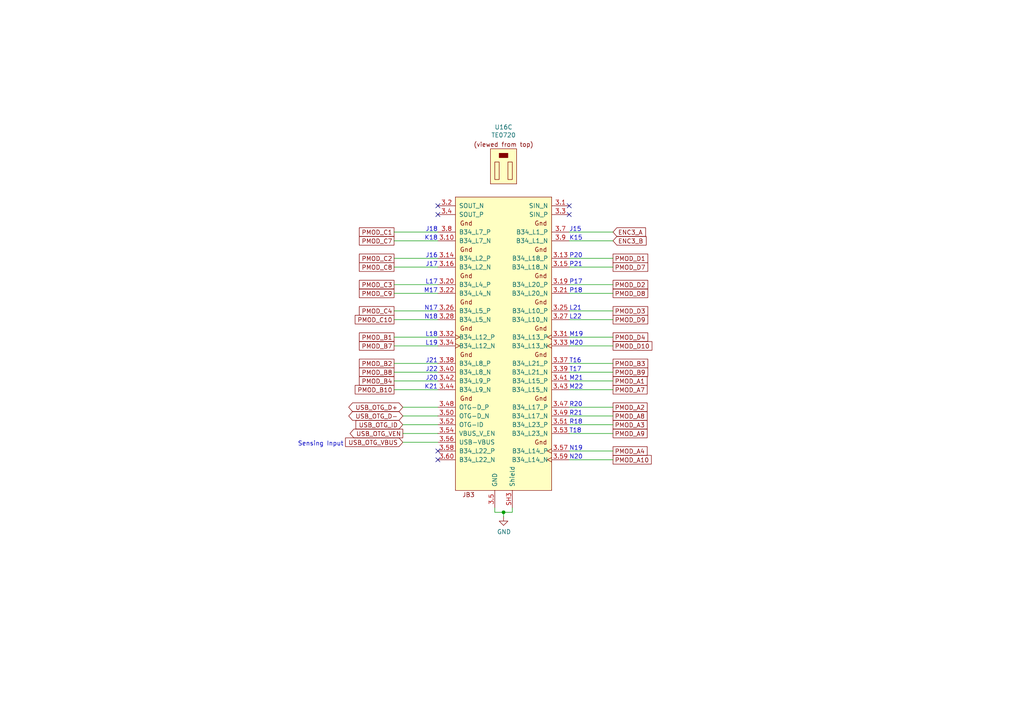
<source format=kicad_sch>
(kicad_sch (version 20210126) (generator eeschema)
  (paper "A4")
  (title_block (rev "DRAFT") (company "M0WUT"))
  (lib_symbols
    (symbol "IC_WUT:TE0720" (pin_names (offset 1.016))
      (property "Reference" "U" (at -12.7 67.31 0))
      (property "Value" "TE0720" (at 10.16 67.31 0))
      (symbol "TE0720_0_0"
        (text "(viewed from top)" (at 0 81.28 0) (effects (font (size 1.27 1.27))))
        (rectangle (start -3.81 69.85) (end 3.81 80.01) (fill (type background)))
      )
      (symbol "TE0720_1_0"
        (text "12" (at -16.51 52.07 0) (effects (font (size 1.27 1.27))))
        (text "16" (at -16.51 46.99 0) (effects (font (size 1.27 1.27))))
        (text "3V3_In" (at -12.7 45.72 0) (effects (font (size 1.27 1.27)) (justify left)))
        (text "4" (at -16.51 62.23 0) (effects (font (size 1.27 1.27))))
        (text "6" (at -16.51 59.69 0) (effects (font (size 1.27 1.27))))
        (text "Gnd" (at -12.7 -27.94 0) (effects (font (size 1.27 1.27)) (justify left)))
        (text "Gnd" (at -12.7 -15.24 0) (effects (font (size 1.27 1.27)) (justify left)))
        (text "Gnd" (at -12.7 -2.54 0) (effects (font (size 1.27 1.27)) (justify left)))
        (text "Gnd" (at -12.7 27.94 0) (effects (font (size 1.27 1.27)) (justify left)))
        (text "Gnd" (at 12.7 -48.26 0) (effects (font (size 1.27 1.27)) (justify right)))
        (text "Gnd" (at 12.7 -40.64 0) (effects (font (size 1.27 1.27)) (justify right)))
        (text "Gnd" (at 12.7 -27.94 0) (effects (font (size 1.27 1.27)) (justify right)))
        (text "Gnd" (at 12.7 -15.24 0) (effects (font (size 1.27 1.27)) (justify right)))
        (text "Gnd" (at 12.7 -2.54 0) (effects (font (size 1.27 1.27)) (justify right)))
        (text "Gnd" (at 12.7 10.16 0) (effects (font (size 1.27 1.27)) (justify right)))
        (text "Gnd" (at 12.7 22.86 0) (effects (font (size 1.27 1.27)) (justify right)))
        (text "Gnd" (at 12.7 33.02 0) (effects (font (size 1.27 1.27)) (justify right)))
        (text "Gnd" (at 12.7 40.64 0) (effects (font (size 1.27 1.27)) (justify right)))
        (text "Gnd" (at 12.7 55.88 0) (effects (font (size 1.27 1.27)) (justify right)))
        (text "Gnd" (at 12.7 63.5 0) (effects (font (size 1.27 1.27)) (justify right)))
        (text "JB1" (at -10.16 -71.12 0) (effects (font (size 1.27 1.27))))
        (text "VCCIO_B35" (at -12.7 50.8 0) (effects (font (size 1.27 1.27)) (justify left)))
        (text "Vin" (at -11.43 58.42 0) (effects (font (size 1.27 1.27))))
        (text "Vin" (at -11.43 60.96 0) (effects (font (size 1.27 1.27))))
        (rectangle (start -1.27 78.74) (end 1.27 77.47))
        (rectangle (start 1.27 71.12) (end 2.54 76.2))
        (rectangle (start -2.54 76.2) (end -1.27 71.12) (fill (type outline)))
        (rectangle (start -13.97 66.04) (end 13.97 -69.85) (fill (type background)))
        (polyline (pts (xy -13.97 45.72) (xy -17.78 45.72) (xy -17.78 48.26)))
        (polyline (pts (xy -13.97 50.8) (xy -17.78 50.8) (xy -17.78 53.34)))
      )
      (symbol "TE0720_1_1"
        (polyline (pts (xy -13.97 58.42) (xy -17.78 58.42) (xy -17.78 60.96)))
        (polyline (pts (xy -13.97 60.96) (xy -17.78 60.96) (xy -17.78 62.23) (xy -17.78 63.5)))
        (pin power_in line (at -2.54 -74.93 90) (length 5.08) (name "GND") (number "1.1"))
        (pin power_in line (at -19.05 53.34 0) (length 5.08) (name "VCCIO_B35") (number "1.10"))
        (pin passive line (at -19.05 -60.96 0) (length 5.08) (name "MIO12") (number "1.100"))
        (pin passive line (at 19.05 50.8 180) (length 5.08) (name "PHY_MDI1_N") (number "1.11"))
        (pin power_in line (at -19.05 53.34 0) (length 5.08) hide (name "VCCIO_B35") (number "1.12"))
        (pin power_out line (at 19.05 48.26 180) (length 5.08) (name "ETH_VCC") (number "1.13"))
        (pin power_in line (at -19.05 48.26 0) (length 5.08) (name "3V3_In") (number "1.14"))
        (pin passive line (at 19.05 45.72 180) (length 5.08) (name "PHY_MDI2_P") (number "1.15"))
        (pin power_in line (at -19.05 48.26 0) (length 5.08) hide (name "3V3_In") (number "1.16"))
        (pin passive line (at 19.05 43.18 180) (length 5.08) (name "PHY_MDI2_N") (number "1.17"))
        (pin bidirectional line (at -19.05 43.18 0) (length 5.08) (name "SD_DAT3") (number "1.18"))
        (pin power_in line (at -2.54 -74.93 90) (length 5.08) hide (name "GND") (number "1.19"))
        (pin power_in line (at -19.05 63.5 0) (length 5.08) (name "Vin") (number "1.2"))
        (pin bidirectional line (at -19.05 40.64 0) (length 5.08) (name "SD_DAT2") (number "1.20"))
        (pin passive line (at 19.05 38.1 180) (length 5.08) (name "PHY_MDI3_P") (number "1.21"))
        (pin bidirectional line (at -19.05 38.1 0) (length 5.08) (name "SD_DAT1") (number "1.22"))
        (pin passive line (at 19.05 35.56 180) (length 5.08) (name "PHY_MDI3_N") (number "1.23"))
        (pin bidirectional line (at -19.05 35.56 0) (length 5.08) (name "SD_DAT0") (number "1.24"))
        (pin power_in line (at -2.54 -74.93 90) (length 5.08) hide (name "GND") (number "1.25"))
        (pin bidirectional line (at -19.05 33.02 0) (length 5.08) (name "SD_CMD") (number "1.26"))
        (pin passive line (at 19.05 30.48 180) (length 5.08) (name "EN1") (number "1.27"))
        (pin output line (at -19.05 30.48 0) (length 5.08) (name "SD_CLK") (number "1.28"))
        (pin passive line (at 19.05 27.94 180) (length 5.08) (name "PGOOD") (number "1.29"))
        (pin passive line (at 19.05 60.96 180) (length 5.08) (name "PHY_MDI0_P") (number "1.3"))
        (pin power_in line (at -2.54 -74.93 90) (length 5.08) hide (name "GND") (number "1.30"))
        (pin passive line (at 19.05 25.4 180) (length 5.08) (name "MODE") (number "1.31"))
        (pin passive line (at -19.05 25.4 0) (length 5.08) (name "B35_L16_N") (number "1.32"))
        (pin power_in line (at -2.54 -74.93 90) (length 5.08) hide (name "GND") (number "1.33"))
        (pin passive line (at -19.05 22.86 0) (length 5.08) (name "B35_L16_P") (number "1.34"))
        (pin passive line (at 19.05 20.32 180) (length 5.08) (name "B35_L10_N") (number "1.35"))
        (pin passive line (at -19.05 20.32 0) (length 5.08) (name "B35_L24_N") (number "1.36"))
        (pin passive line (at 19.05 17.78 180) (length 5.08) (name "B35_L10_P") (number "1.37"))
        (pin passive line (at -19.05 17.78 0) (length 5.08) (name "B35_L24_P") (number "1.38"))
        (pin passive line (at 19.05 15.24 180) (length 5.08) (name "B35_L9_N") (number "1.39"))
        (pin power_in line (at -19.05 63.5 0) (length 5.08) hide (name "Vin") (number "1.4"))
        (pin power_out line (at -19.05 15.24 0) (length 5.08) (name "1V8_OUT") (number "1.40"))
        (pin passive line (at 19.05 12.7 180) (length 5.08) (name "B35_L9_P") (number "1.41"))
        (pin passive line (at -19.05 12.7 0) (length 5.08) (name "B35_L18_N") (number "1.42"))
        (pin power_in line (at -2.54 -74.93 90) (length 5.08) hide (name "GND") (number "1.43"))
        (pin passive line (at -19.05 10.16 0) (length 5.08) (name "B35_L18_P") (number "1.44"))
        (pin passive line (at 19.05 7.62 180) (length 5.08) (name "B35_L7_N") (number "1.45"))
        (pin passive line (at -19.05 7.62 0) (length 5.08) (name "B35_L15_N") (number "1.46"))
        (pin passive line (at 19.05 5.08 180) (length 5.08) (name "B35_L7_P") (number "1.47"))
        (pin passive line (at -19.05 5.08 0) (length 5.08) (name "B35_L15_P") (number "1.48"))
        (pin passive line (at 19.05 2.54 180) (length 5.08) (name "B35_L2_N") (number "1.49"))
        (pin passive line (at 19.05 58.42 180) (length 5.08) (name "PHY_MDI0_N") (number "1.5"))
        (pin passive line (at -19.05 2.54 0) (length 5.08) (name "B35_L22_N") (number "1.50"))
        (pin passive line (at 19.05 0 180) (length 5.08) (name "B35_L2_P") (number "1.51"))
        (pin passive line (at -19.05 0 0) (length 5.08) (name "B35_L22_P") (number "1.52"))
        (pin power_in line (at -2.54 -74.93 90) (length 5.08) hide (name "GND") (number "1.53"))
        (pin power_in line (at -2.54 -74.93 90) (length 5.08) hide (name "GND") (number "1.54"))
        (pin passive line (at 19.05 -5.08 180) (length 5.08) (name "B35_L8_N") (number "1.55"))
        (pin passive line (at -19.05 -5.08 0) (length 5.08) (name "B35_L17_N") (number "1.56"))
        (pin passive line (at 19.05 -7.62 180) (length 5.08) (name "B35_L8_P") (number "1.57"))
        (pin passive line (at -19.05 -7.62 0) (length 5.08) (name "B35_L17_P") (number "1.58"))
        (pin passive line (at 19.05 -10.16 180) (length 5.08) (name "B35_L21_N") (number "1.59"))
        (pin power_in line (at -19.05 63.5 0) (length 5.08) hide (name "Vin") (number "1.6"))
        (pin passive clock (at -19.05 -10.16 0) (length 5.08) (name "B35_L13_N") (number "1.60"))
        (pin passive line (at 19.05 -12.7 180) (length 5.08) (name "B35_L21_P") (number "1.61"))
        (pin passive clock (at -19.05 -12.7 0) (length 5.08) (name "B35_L13_P") (number "1.62"))
        (pin power_in line (at -2.54 -74.93 90) (length 5.08) hide (name "GND") (number "1.63"))
        (pin power_in line (at -2.54 -74.93 90) (length 5.08) hide (name "GND") (number "1.64"))
        (pin passive line (at 19.05 -17.78 180) (length 5.08) (name "B35_L11_N") (number "1.65"))
        (pin passive line (at -19.05 -17.78 0) (length 5.08) (name "B35_L14_N") (number "1.66"))
        (pin passive line (at 19.05 -20.32 180) (length 5.08) (name "B35_L11_P") (number "1.67"))
        (pin passive line (at -19.05 -20.32 0) (length 5.08) (name "B35_L14_P") (number "1.68"))
        (pin passive line (at 19.05 -22.86 180) (length 5.08) (name "B35_L23_N") (number "1.69"))
        (pin power_in line (at -2.54 -74.93 90) (length 5.08) hide (name "GND") (number "1.7"))
        (pin passive line (at -19.05 -22.86 0) (length 5.08) (name "B35_L4_N") (number "1.70"))
        (pin passive line (at 19.05 -25.4 180) (length 5.08) (name "B35_L23_P") (number "1.71"))
        (pin passive line (at -19.05 -25.4 0) (length 5.08) (name "B35_L4_P") (number "1.72"))
        (pin power_in line (at -2.54 -74.93 90) (length 5.08) hide (name "GND") (number "1.73"))
        (pin power_in line (at -2.54 -74.93 90) (length 5.08) hide (name "GND") (number "1.74"))
        (pin passive line (at 19.05 -30.48 180) (length 5.08) (name "B35_L5_N") (number "1.75"))
        (pin passive clock (at -19.05 -30.48 0) (length 5.08) (name "B35_L12_N") (number "1.76"))
        (pin passive line (at 19.05 -33.02 180) (length 5.08) (name "B35_L5_P") (number "1.77"))
        (pin passive clock (at -19.05 -33.02 0) (length 5.08) (name "B35_L12_P") (number "1.78"))
        (pin passive line (at 19.05 -35.56 180) (length 5.08) (name "B35_L3_N") (number "1.79"))
        (pin passive line (at -19.05 55.88 0) (length 5.08) (name "NOSEQ") (number "1.8"))
        (pin power_in line (at -19.05 -35.56 0) (length 5.08) (name "VBAT") (number "1.80"))
        (pin passive line (at 19.05 -38.1 180) (length 5.08) (name "B35_L3_P") (number "1.81"))
        (pin passive line (at -19.05 -38.1 0) (length 5.08) (name "B35_L20_N") (number "1.82"))
        (pin power_in line (at -2.54 -74.93 90) (length 5.08) hide (name "GND") (number "1.83"))
        (pin passive line (at -19.05 -40.64 0) (length 5.08) (name "B35_L20_P") (number "1.84"))
        (pin passive line (at 19.05 -43.18 180) (length 5.08) (name "B35_L6_N") (number "1.85"))
        (pin passive line (at -19.05 -43.18 0) (length 5.08) (name "MIO15") (number "1.86"))
        (pin passive line (at 19.05 -45.72 180) (length 5.08) (name "B35_L6_P") (number "1.87"))
        (pin passive line (at -19.05 -45.72 0) (length 5.08) (name "MIO0") (number "1.88"))
        (pin power_in line (at -2.54 -74.93 90) (length 5.08) hide (name "GND") (number "1.89"))
        (pin passive line (at 19.05 53.34 180) (length 5.08) (name "PHY_MDI1_P") (number "1.9"))
        (pin input line (at -19.05 -48.26 0) (length 5.08) (name "JTAGMODE") (number "1.90"))
        (pin passive line (at 19.05 -50.8 180) (length 5.08) (name "MIO14") (number "1.91"))
        (pin passive line (at -19.05 -50.8 0) (length 5.08) (name "MIO9") (number "1.92"))
        (pin passive line (at 19.05 -53.34 180) (length 5.08) (name "B35_L1_N") (number "1.93"))
        (pin passive line (at -19.05 -53.34 0) (length 5.08) (name "MIO11") (number "1.94"))
        (pin passive line (at 19.05 -55.88 180) (length 5.08) (name "B35_L1_P") (number "1.95"))
        (pin passive line (at -19.05 -55.88 0) (length 5.08) (name "MIO10") (number "1.96"))
        (pin passive line (at 19.05 -58.42 180) (length 5.08) (name "B35_L19_N") (number "1.97"))
        (pin passive line (at -19.05 -58.42 0) (length 5.08) (name "MIO13") (number "1.98"))
        (pin passive line (at 19.05 -60.96 180) (length 5.08) (name "B35_L19_P") (number "1.99"))
        (pin power_in line (at 2.54 -74.93 90) (length 5.08) (name "Shield") (number "SH1"))
      )
      (symbol "TE0720_2_0"
        (text "10" (at -16.51 54.61 0) (effects (font (size 1.27 1.27))))
        (text "11" (at 16.51 52.07 0) (effects (font (size 1.27 1.27))))
        (text "3" (at 16.51 62.23 0) (effects (font (size 1.27 1.27))))
        (text "3V3_Out" (at 12.7 50.8 0) (effects (font (size 1.27 1.27)) (justify right)))
        (text "4" (at -16.51 62.23 0) (effects (font (size 1.27 1.27))))
        (text "5" (at 16.51 59.69 0) (effects (font (size 1.27 1.27))))
        (text "7" (at 16.51 57.15 0) (effects (font (size 1.27 1.27))))
        (text "Gnd" (at 12.7 27.94 0) (effects (font (size 1.27 1.27)) (justify right)))
        (text "JB2" (at -10.16 -71.12 0) (effects (font (size 1.27 1.27))))
        (text "VCCIO_B13" (at -12.7 53.34 0) (effects (font (size 1.27 1.27)) (justify left)))
        (text "VCCIO_B34" (at -12.7 60.96 0) (effects (font (size 1.27 1.27)) (justify left)))
        (text "Vin" (at 12.7 55.88 0) (effects (font (size 1.27 1.27)) (justify right)))
        (text "Vin" (at 12.7 58.42 0) (effects (font (size 1.27 1.27)) (justify right)))
        (text "Vin" (at 12.7 60.96 0) (effects (font (size 1.27 1.27)) (justify right)))
        (polyline (pts (xy 17.78 58.42) (xy 13.97 58.42)))
        (polyline (pts (xy 17.78 60.96) (xy 13.97 60.96)))
        (polyline (pts (xy -13.97 53.34) (xy -17.78 53.34) (xy -17.78 55.88)))
        (polyline (pts (xy -13.97 60.96) (xy -17.78 60.96) (xy -17.78 63.5)))
        (polyline (pts (xy 17.78 53.34) (xy 17.78 50.8) (xy 13.97 50.8)))
        (polyline (pts (xy 17.78 63.5) (xy 17.78 55.88) (xy 13.97 55.88)))
      )
      (symbol "TE0720_2_1"
        (text "Gnd" (at -12.7 -35.56 0) (effects (font (size 1.27 1.27)) (justify left)))
        (text "Gnd" (at -12.7 -22.86 0) (effects (font (size 1.27 1.27)) (justify left)))
        (text "Gnd" (at -12.7 -10.16 0) (effects (font (size 1.27 1.27)) (justify left)))
        (text "Gnd" (at -12.7 2.54 0) (effects (font (size 1.27 1.27)) (justify left)))
        (text "Gnd" (at -12.7 15.24 0) (effects (font (size 1.27 1.27)) (justify left)))
        (text "Gnd" (at -12.7 27.94 0) (effects (font (size 1.27 1.27)) (justify left)))
        (text "Gnd" (at 12.7 -48.26 0) (effects (font (size 1.27 1.27)) (justify right)))
        (text "Gnd" (at 12.7 -35.56 0) (effects (font (size 1.27 1.27)) (justify right)))
        (text "Gnd" (at 12.7 -22.86 0) (effects (font (size 1.27 1.27)) (justify right)))
        (text "Gnd" (at 12.7 -10.16 0) (effects (font (size 1.27 1.27)) (justify right)))
        (text "Gnd" (at 12.7 2.54 0) (effects (font (size 1.27 1.27)) (justify right)))
        (text "Gnd" (at 12.7 15.24 0) (effects (font (size 1.27 1.27)) (justify right)))
        (text "Gnd" (at 12.7 40.64 0) (effects (font (size 1.27 1.27)) (justify right)))
        (rectangle (start -2.54 76.2) (end -1.27 71.12))
        (rectangle (start -1.27 78.74) (end 1.27 77.47))
        (rectangle (start 1.27 71.12) (end 2.54 76.2) (fill (type outline)))
        (rectangle (start -13.97 66.04) (end 13.97 -69.85) (fill (type background)))
        (pin power_in line (at 19.05 63.5 180) (length 5.08) (name "Vin") (number "2.1"))
        (pin power_in line (at -19.05 55.88 0) (length 5.08) hide (name "VCCIO_B13") (number "2.10"))
        (pin input line (at -19.05 -60.96 0) (length 5.08) (name "TCK") (number "2.100"))
        (pin passive line (at 19.05 53.34 180) (length 5.08) hide (name "3V3_Out") (number "2.11"))
        (pin passive line (at -19.05 50.8 0) (length 5.08) (name "B33_L7_P") (number "2.12"))
        (pin passive line (at 19.05 48.26 180) (length 5.08) (name "B33_L4_P") (number "2.13"))
        (pin passive line (at -19.05 48.26 0) (length 5.08) (name "B33_L7_N") (number "2.14"))
        (pin passive line (at 19.05 45.72 180) (length 5.08) (name "B33_L4_N") (number "2.15"))
        (pin passive line (at -19.05 45.72 0) (length 5.08) (name "B33_L8_P") (number "2.16"))
        (pin passive line (at 19.05 43.18 180) (length 5.08) (name "RESIN") (number "2.17"))
        (pin passive line (at -19.05 43.18 0) (length 5.08) (name "B33_L8_N") (number "2.18"))
        (pin power_in line (at -2.54 -74.93 90) (length 5.08) (name "GND") (number "2.19"))
        (pin power_in line (at -19.05 63.5 0) (length 5.08) (name "VCCIO_B34") (number "2.2"))
        (pin power_out line (at -19.05 40.64 0) (length 5.08) (name "1V5_OUT") (number "2.20"))
        (pin passive clock (at 19.05 38.1 180) (length 5.08) (name "B33_L13_P") (number "2.21"))
        (pin passive clock (at -19.05 38.1 0) (length 5.08) (name "B33_L11_P") (number "2.22"))
        (pin passive clock (at 19.05 35.56 180) (length 5.08) (name "B33_L13_N") (number "2.23"))
        (pin passive clock (at -19.05 35.56 0) (length 5.08) (name "B33_L11_N") (number "2.24"))
        (pin passive clock (at 19.05 33.02 180) (length 5.08) (name "B33_L14_P") (number "2.25"))
        (pin passive clock (at -19.05 33.02 0) (length 5.08) (name "B33_L12_P") (number "2.26"))
        (pin passive clock (at 19.05 30.48 180) (length 5.08) (name "B33_L14_N") (number "2.27"))
        (pin passive clock (at -19.05 30.48 0) (length 5.08) (name "B33_L12_N") (number "2.28"))
        (pin power_in line (at -2.54 -74.93 90) (length 5.08) hide (name "GND") (number "2.29"))
        (pin power_in line (at 19.05 63.5 180) (length 5.08) hide (name "Vin") (number "2.3"))
        (pin power_in line (at -2.54 -74.93 90) (length 5.08) hide (name "GND") (number "2.30"))
        (pin passive line (at 19.05 25.4 180) (length 5.08) (name "B13_L5_P") (number "2.31"))
        (pin passive line (at -19.05 25.4 0) (length 5.08) (name "B33_L17_P") (number "2.32"))
        (pin passive line (at 19.05 22.86 180) (length 5.08) (name "B13_L5_N") (number "2.33"))
        (pin passive line (at -19.05 22.86 0) (length 5.08) (name "B33_L17_N") (number "2.34"))
        (pin passive line (at 19.05 20.32 180) (length 5.08) (name "B13_L6_P") (number "2.35"))
        (pin passive line (at -19.05 20.32 0) (length 5.08) (name "B33_L18_P") (number "2.36"))
        (pin passive line (at 19.05 17.78 180) (length 5.08) (name "B13_L6_N") (number "2.37"))
        (pin passive line (at -19.05 17.78 0) (length 5.08) (name "B33_L18_N") (number "2.38"))
        (pin power_in line (at -2.54 -74.93 90) (length 5.08) hide (name "GND") (number "2.39"))
        (pin power_in line (at -19.05 63.5 0) (length 5.08) hide (name "VCCIO_B34") (number "2.4"))
        (pin power_in line (at -2.54 -74.93 90) (length 5.08) hide (name "GND") (number "2.40"))
        (pin passive line (at 19.05 12.7 180) (length 5.08) (name "B13_L1_P") (number "2.41"))
        (pin passive line (at -19.05 12.7 0) (length 5.08) (name "B13_L7_P") (number "2.42"))
        (pin passive line (at 19.05 10.16 180) (length 5.08) (name "B13_L1_N") (number "2.43"))
        (pin passive line (at -19.05 10.16 0) (length 5.08) (name "B13_L7_N") (number "2.44"))
        (pin passive clock (at 19.05 7.62 180) (length 5.08) (name "B13_L12_P") (number "2.45"))
        (pin passive line (at -19.05 7.62 0) (length 5.08) (name "B13_L8_P") (number "2.46"))
        (pin passive clock (at 19.05 5.08 180) (length 5.08) (name "B13_L12_N") (number "2.47"))
        (pin passive line (at -19.05 5.08 0) (length 5.08) (name "B13_L8_N") (number "2.48"))
        (pin power_in line (at -2.54 -74.93 90) (length 5.08) hide (name "GND") (number "2.49"))
        (pin power_in line (at 19.05 63.5 180) (length 5.08) hide (name "Vin") (number "2.5"))
        (pin power_in line (at -2.54 -74.93 90) (length 5.08) hide (name "GND") (number "2.50"))
        (pin passive clock (at 19.05 0 180) (length 5.08) (name "B13_L14_P") (number "2.51"))
        (pin passive clock (at -19.05 0 0) (length 5.08) (name "B13_L11_P") (number "2.52"))
        (pin passive clock (at 19.05 -2.54 180) (length 5.08) (name "B13_L14_N") (number "2.53"))
        (pin passive clock (at -19.05 -2.54 0) (length 5.08) (name "B13_L11_N") (number "2.54"))
        (pin passive clock (at 19.05 -5.08 180) (length 5.08) (name "B13_L13_P") (number "2.55"))
        (pin passive line (at -19.05 -5.08 0) (length 5.08) (name "B13_L9_P") (number "2.56"))
        (pin passive clock (at 19.05 -7.62 180) (length 5.08) (name "B13_L13_N") (number "2.57"))
        (pin passive line (at -19.05 -7.62 0) (length 5.08) (name "B13_L9_N") (number "2.58"))
        (pin power_in line (at -2.54 -74.93 90) (length 5.08) hide (name "GND") (number "2.59"))
        (pin power_in line (at -19.05 58.42 0) (length 5.08) (name "VCCIO_B33") (number "2.6"))
        (pin power_in line (at -2.54 -74.93 90) (length 5.08) hide (name "GND") (number "2.60"))
        (pin passive line (at 19.05 -12.7 180) (length 5.08) (name "B13_L4_P") (number "2.61"))
        (pin passive line (at -19.05 -12.7 0) (length 5.08) (name "B13_L20_P") (number "2.62"))
        (pin passive line (at 19.05 -15.24 180) (length 5.08) (name "B13_L4_N") (number "2.63"))
        (pin passive line (at -19.05 -15.24 0) (length 5.08) (name "B13_L20_N") (number "2.64"))
        (pin passive line (at 19.05 -17.78 180) (length 5.08) (name "B13_L3_P") (number "2.65"))
        (pin passive line (at -19.05 -17.78 0) (length 5.08) (name "B13_L17_P") (number "2.66"))
        (pin passive line (at 19.05 -20.32 180) (length 5.08) (name "B13_L3_N") (number "2.67"))
        (pin passive line (at -19.05 -20.32 0) (length 5.08) (name "B13_L17_N") (number "2.68"))
        (pin power_in line (at -2.54 -74.93 90) (length 5.08) hide (name "GND") (number "2.69"))
        (pin power_in line (at 19.05 63.5 180) (length 5.08) hide (name "Vin") (number "2.7"))
        (pin power_in line (at -2.54 -74.93 90) (length 5.08) hide (name "GND") (number "2.70"))
        (pin passive line (at 19.05 -25.4 180) (length 5.08) (name "B13_L10_P") (number "2.71"))
        (pin passive line (at -19.05 -25.4 0) (length 5.08) (name "B13_L16_P") (number "2.72"))
        (pin passive line (at 19.05 -27.94 180) (length 5.08) (name "B13_L10_N") (number "2.73"))
        (pin passive line (at -19.05 -27.94 0) (length 5.08) (name "B13_L16_N") (number "2.74"))
        (pin passive line (at 19.05 -30.48 180) (length 5.08) (name "B13_L2_P") (number "2.75"))
        (pin passive line (at -19.05 -30.48 0) (length 5.08) (name "B13_L18_P") (number "2.76"))
        (pin passive line (at 19.05 -33.02 180) (length 5.08) (name "B13_L2_N") (number "2.77"))
        (pin passive line (at -19.05 -33.02 0) (length 5.08) (name "B13_L18_N") (number "2.78"))
        (pin power_in line (at -2.54 -74.93 90) (length 5.08) hide (name "GND") (number "2.79"))
        (pin power_in line (at -19.05 55.88 0) (length 5.08) (name "VCCIO_B13") (number "2.8"))
        (pin power_in line (at -2.54 -74.93 90) (length 5.08) hide (name "GND") (number "2.80"))
        (pin passive line (at 19.05 -38.1 180) (length 5.08) (name "B13_L23_P") (number "2.81"))
        (pin passive line (at -19.05 -38.1 0) (length 5.08) (name "B13_L15_P") (number "2.82"))
        (pin passive line (at 19.05 -40.64 180) (length 5.08) (name "B13_L23_N") (number "2.83"))
        (pin passive line (at -19.05 -40.64 0) (length 5.08) (name "B13_L15_N") (number "2.84"))
        (pin passive line (at 19.05 -43.18 180) (length 5.08) (name "B13_L24_P") (number "2.85"))
        (pin passive line (at -19.05 -43.18 0) (length 5.08) (name "B13_L21_P") (number "2.86"))
        (pin passive line (at 19.05 -45.72 180) (length 5.08) (name "B13_L24_N") (number "2.87"))
        (pin passive line (at -19.05 -45.72 0) (length 5.08) (name "B13_L21_N") (number "2.88"))
        (pin power_in line (at -2.54 -74.93 90) (length 5.08) hide (name "GND") (number "2.89"))
        (pin power_out line (at 19.05 53.34 180) (length 5.08) (name "3V3_Out") (number "2.9"))
        (pin passive line (at -19.05 -48.26 0) (length 5.08) (name "B13_IO25") (number "2.90"))
        (pin passive line (at 19.05 -50.8 180) (length 5.08) (name "B13_L19_P") (number "2.91"))
        (pin power_in line (at -19.05 -50.8 0) (length 5.08) (name "PWR_JTAG") (number "2.92"))
        (pin passive line (at 19.05 -53.34 180) (length 5.08) (name "B13_L19_N") (number "2.93"))
        (pin input line (at -19.05 -53.34 0) (length 5.08) (name "TMS") (number "2.94"))
        (pin passive line (at 19.05 -55.88 180) (length 5.08) (name "B13_L22_P") (number "2.95"))
        (pin input line (at -19.05 -55.88 0) (length 5.08) (name "TDI") (number "2.96"))
        (pin passive line (at 19.05 -58.42 180) (length 5.08) (name "B13_L22_N") (number "2.97"))
        (pin output line (at -19.05 -58.42 0) (length 5.08) (name "TDO") (number "2.98"))
        (pin passive line (at 19.05 -60.96 180) (length 5.08) (name "FLED1") (number "2.99"))
        (pin power_in line (at 2.54 -74.93 90) (length 5.08) (name "Shield") (number "SH2"))
      )
      (symbol "TE0720_3_0"
        (text "Gnd" (at 12.7 58.42 0) (effects (font (size 1.27 1.27)) (justify right)))
        (text "JB3" (at -10.16 -20.32 0) (effects (font (size 1.27 1.27))))
      )
      (symbol "TE0720_3_1"
        (text "Gnd" (at -12.7 7.62 0) (effects (font (size 1.27 1.27)) (justify left)))
        (text "Gnd" (at -12.7 20.32 0) (effects (font (size 1.27 1.27)) (justify left)))
        (text "Gnd" (at -12.7 27.94 0) (effects (font (size 1.27 1.27)) (justify left)))
        (text "Gnd" (at -12.7 35.56 0) (effects (font (size 1.27 1.27)) (justify left)))
        (text "Gnd" (at -12.7 43.18 0) (effects (font (size 1.27 1.27)) (justify left)))
        (text "Gnd" (at -12.7 50.8 0) (effects (font (size 1.27 1.27)) (justify left)))
        (text "Gnd" (at -12.7 58.42 0) (effects (font (size 1.27 1.27)) (justify left)))
        (text "Gnd" (at 12.7 -5.08 0) (effects (font (size 1.27 1.27)) (justify right)))
        (text "Gnd" (at 12.7 7.62 0) (effects (font (size 1.27 1.27)) (justify right)))
        (text "Gnd" (at 12.7 20.32 0) (effects (font (size 1.27 1.27)) (justify right)))
        (text "Gnd" (at 12.7 27.94 0) (effects (font (size 1.27 1.27)) (justify right)))
        (text "Gnd" (at 12.7 35.56 0) (effects (font (size 1.27 1.27)) (justify right)))
        (text "Gnd" (at 12.7 43.18 0) (effects (font (size 1.27 1.27)) (justify right)))
        (text "Gnd" (at 12.7 50.8 0) (effects (font (size 1.27 1.27)) (justify right)))
        (rectangle (start -2.54 76.2) (end -1.27 71.12))
        (rectangle (start 1.27 71.12) (end 2.54 76.2))
        (rectangle (start -1.27 78.74) (end 1.27 77.47) (fill (type outline)))
        (rectangle (start -13.97 66.04) (end 13.97 -19.05) (fill (type background)))
        (pin input line (at 19.05 63.5 180) (length 5.08) (name "SIN_N") (number "3.1"))
        (pin passive line (at -19.05 53.34 0) (length 5.08) (name "B34_L7_N") (number "3.10"))
        (pin power_in line (at -2.54 -24.13 90) (length 5.08) hide (name "GND") (number "3.11"))
        (pin power_in line (at -2.54 -24.13 90) (length 5.08) hide (name "GND") (number "3.12"))
        (pin passive line (at 19.05 48.26 180) (length 5.08) (name "B34_L18_P") (number "3.13"))
        (pin passive line (at -19.05 48.26 0) (length 5.08) (name "B34_L2_P") (number "3.14"))
        (pin passive line (at 19.05 45.72 180) (length 5.08) (name "B34_L18_N") (number "3.15"))
        (pin passive line (at -19.05 45.72 0) (length 5.08) (name "B34_L2_N") (number "3.16"))
        (pin power_in line (at -2.54 -24.13 90) (length 5.08) hide (name "GND") (number "3.17"))
        (pin power_in line (at -2.54 -24.13 90) (length 5.08) hide (name "GND") (number "3.18"))
        (pin passive line (at 19.05 40.64 180) (length 5.08) (name "B34_L20_P") (number "3.19"))
        (pin output line (at -19.05 63.5 0) (length 5.08) (name "SOUT_N") (number "3.2"))
        (pin passive line (at -19.05 40.64 0) (length 5.08) (name "B34_L4_P") (number "3.20"))
        (pin passive line (at 19.05 38.1 180) (length 5.08) (name "B34_L20_N") (number "3.21"))
        (pin passive line (at -19.05 38.1 0) (length 5.08) (name "B34_L4_N") (number "3.22"))
        (pin power_in line (at -2.54 -24.13 90) (length 5.08) hide (name "GND") (number "3.23"))
        (pin power_in line (at -2.54 -24.13 90) (length 5.08) hide (name "GND") (number "3.24"))
        (pin passive line (at 19.05 33.02 180) (length 5.08) (name "B34_L10_P") (number "3.25"))
        (pin passive line (at -19.05 33.02 0) (length 5.08) (name "B34_L5_P") (number "3.26"))
        (pin passive line (at 19.05 30.48 180) (length 5.08) (name "B34_L10_N") (number "3.27"))
        (pin passive line (at -19.05 30.48 0) (length 5.08) (name "B34_L5_N") (number "3.28"))
        (pin power_in line (at -2.54 -24.13 90) (length 5.08) hide (name "GND") (number "3.29"))
        (pin input line (at 19.05 60.96 180) (length 5.08) (name "SIN_P") (number "3.3"))
        (pin power_in line (at -2.54 -24.13 90) (length 5.08) hide (name "GND") (number "3.30"))
        (pin passive clock (at 19.05 25.4 180) (length 5.08) (name "B34_L13_P") (number "3.31"))
        (pin passive clock (at -19.05 25.4 0) (length 5.08) (name "B34_L12_P") (number "3.32"))
        (pin passive clock (at 19.05 22.86 180) (length 5.08) (name "B34_L13_N") (number "3.33"))
        (pin passive clock (at -19.05 22.86 0) (length 5.08) (name "B34_L12_N") (number "3.34"))
        (pin power_in line (at -2.54 -24.13 90) (length 5.08) hide (name "GND") (number "3.35"))
        (pin power_in line (at -2.54 -24.13 90) (length 5.08) hide (name "GND") (number "3.36"))
        (pin passive line (at 19.05 17.78 180) (length 5.08) (name "B34_L21_P") (number "3.37"))
        (pin passive line (at -19.05 17.78 0) (length 5.08) (name "B34_L8_P") (number "3.38"))
        (pin passive line (at 19.05 15.24 180) (length 5.08) (name "B34_L21_N") (number "3.39"))
        (pin output line (at -19.05 60.96 0) (length 5.08) (name "SOUT_P") (number "3.4"))
        (pin passive line (at -19.05 15.24 0) (length 5.08) (name "B34_L8_N") (number "3.40"))
        (pin passive line (at 19.05 12.7 180) (length 5.08) (name "B34_L15_P") (number "3.41"))
        (pin passive line (at -19.05 12.7 0) (length 5.08) (name "B34_L9_P") (number "3.42"))
        (pin passive line (at 19.05 10.16 180) (length 5.08) (name "B34_L15_N") (number "3.43"))
        (pin passive line (at -19.05 10.16 0) (length 5.08) (name "B34_L9_N") (number "3.44"))
        (pin power_in line (at -2.54 -24.13 90) (length 5.08) hide (name "GND") (number "3.45"))
        (pin power_in line (at -2.54 -24.13 90) (length 5.08) hide (name "GND") (number "3.46"))
        (pin passive line (at 19.05 5.08 180) (length 5.08) (name "B34_L17_P") (number "3.47"))
        (pin passive line (at -19.05 5.08 0) (length 5.08) (name "OTG-D_P") (number "3.48"))
        (pin passive line (at 19.05 2.54 180) (length 5.08) (name "B34_L17_N") (number "3.49"))
        (pin power_in line (at -2.54 -24.13 90) (length 5.08) (name "GND") (number "3.5"))
        (pin passive line (at -19.05 2.54 0) (length 5.08) (name "OTG-D_N") (number "3.50"))
        (pin passive line (at 19.05 0 180) (length 5.08) (name "B34_L23_P") (number "3.51"))
        (pin passive line (at -19.05 0 0) (length 5.08) (name "OTG-ID") (number "3.52"))
        (pin passive line (at 19.05 -2.54 180) (length 5.08) (name "B34_L23_N") (number "3.53"))
        (pin passive line (at -19.05 -2.54 0) (length 5.08) (name "VBUS_V_EN") (number "3.54"))
        (pin power_in line (at -2.54 -24.13 90) (length 5.08) hide (name "GND") (number "3.55"))
        (pin passive line (at -19.05 -5.08 0) (length 5.08) (name "USB-VBUS") (number "3.56"))
        (pin passive clock (at 19.05 -7.62 180) (length 5.08) (name "B34_L14_P") (number "3.57"))
        (pin passive line (at -19.05 -7.62 0) (length 5.08) (name "B34_L22_P") (number "3.58"))
        (pin passive clock (at 19.05 -10.16 180) (length 5.08) (name "B34_L14_N") (number "3.59"))
        (pin power_in line (at -2.54 -24.13 90) (length 5.08) hide (name "GND") (number "3.6"))
        (pin passive line (at -19.05 -10.16 0) (length 5.08) (name "B34_L22_N") (number "3.60"))
        (pin passive line (at 19.05 55.88 180) (length 5.08) (name "B34_L1_P") (number "3.7"))
        (pin passive line (at -19.05 55.88 0) (length 5.08) (name "B34_L7_P") (number "3.8"))
        (pin passive line (at 19.05 53.34 180) (length 5.08) (name "B34_L1_N") (number "3.9"))
        (pin power_in line (at 2.54 -24.13 90) (length 5.08) (name "Shield") (number "SH3"))
      )
    )
    (symbol "power:GND" (power) (pin_names (offset 0))
      (property "Value" "GND" (at 0 -3.81 0))
      (symbol "GND_0_1"
        (polyline (pts (xy 0 0) (xy 0 -1.27) (xy 1.27 -1.27) (xy 0 -2.54) (xy -1.27 -1.27) (xy 0 -1.27)))
      )
      (symbol "GND_1_1"
        (pin power_in line (at 0 0 270) (length 0) hide (name "GND") (number "1"))
      )
    )
  )
  (junction (at 146.05 148.59) (diameter 0.9144))
  (no_connect (at 127 59.69))
  (no_connect (at 127 62.23))
  (no_connect (at 127 130.81))
  (no_connect (at 127 133.35))
  (no_connect (at 165.1 59.69))
  (no_connect (at 165.1 62.23))
  (wire (pts (xy 116.84 120.65) (xy 127 120.65)))
  (wire (pts (xy 116.84 128.27) (xy 127 128.27)))
  (wire (pts (xy 127 67.31) (xy 114.3 67.31)))
  (wire (pts (xy 127 69.85) (xy 114.3 69.85)))
  (wire (pts (xy 127 74.93) (xy 114.3 74.93)))
  (wire (pts (xy 127 77.47) (xy 114.3 77.47)))
  (wire (pts (xy 127 82.55) (xy 114.3 82.55)))
  (wire (pts (xy 127 85.09) (xy 114.3 85.09)))
  (wire (pts (xy 127 90.17) (xy 114.3 90.17)))
  (wire (pts (xy 127 92.71) (xy 114.3 92.71)))
  (wire (pts (xy 127 97.79) (xy 114.3 97.79)))
  (wire (pts (xy 127 100.33) (xy 114.3 100.33)))
  (wire (pts (xy 127 105.41) (xy 114.3 105.41)))
  (wire (pts (xy 127 107.95) (xy 114.3 107.95)))
  (wire (pts (xy 127 110.49) (xy 114.3 110.49)))
  (wire (pts (xy 127 113.03) (xy 114.3 113.03)))
  (wire (pts (xy 127 118.11) (xy 116.84 118.11)))
  (wire (pts (xy 127 123.19) (xy 116.84 123.19)))
  (wire (pts (xy 127 125.73) (xy 116.84 125.73)))
  (wire (pts (xy 143.51 147.32) (xy 143.51 148.59)))
  (wire (pts (xy 143.51 148.59) (xy 146.05 148.59)))
  (wire (pts (xy 146.05 148.59) (xy 148.59 148.59)))
  (wire (pts (xy 146.05 149.86) (xy 146.05 148.59)))
  (wire (pts (xy 148.59 148.59) (xy 148.59 147.32)))
  (wire (pts (xy 165.1 67.31) (xy 177.8 67.31)))
  (wire (pts (xy 165.1 74.93) (xy 177.8 74.93)))
  (wire (pts (xy 165.1 77.47) (xy 177.8 77.47)))
  (wire (pts (xy 165.1 82.55) (xy 177.8 82.55)))
  (wire (pts (xy 165.1 85.09) (xy 177.8 85.09)))
  (wire (pts (xy 165.1 90.17) (xy 177.8 90.17)))
  (wire (pts (xy 165.1 92.71) (xy 177.8 92.71)))
  (wire (pts (xy 165.1 97.79) (xy 177.8 97.79)))
  (wire (pts (xy 165.1 100.33) (xy 177.8 100.33)))
  (wire (pts (xy 165.1 105.41) (xy 177.8 105.41)))
  (wire (pts (xy 165.1 107.95) (xy 177.8 107.95)))
  (wire (pts (xy 165.1 110.49) (xy 177.8 110.49)))
  (wire (pts (xy 165.1 113.03) (xy 177.8 113.03)))
  (wire (pts (xy 165.1 118.11) (xy 177.8 118.11)))
  (wire (pts (xy 165.1 120.65) (xy 177.8 120.65)))
  (wire (pts (xy 165.1 123.19) (xy 177.8 123.19)))
  (wire (pts (xy 165.1 125.73) (xy 177.8 125.73)))
  (wire (pts (xy 165.1 130.81) (xy 177.8 130.81)))
  (wire (pts (xy 165.1 133.35) (xy 177.8 133.35)))
  (wire (pts (xy 177.8 69.85) (xy 165.1 69.85)))
  (text "Sensing Input" (at 86.36 129.54 0) (effects (font (size 1.27 1.27)) (justify left bottom)))
  (text "J18" (at 127 67.31 180) (effects (font (size 1.27 1.27)) (justify right bottom)))
  (text "K18" (at 127 69.85 180) (effects (font (size 1.27 1.27)) (justify right bottom)))
  (text "J16" (at 127 74.93 180) (effects (font (size 1.27 1.27)) (justify right bottom)))
  (text "J17" (at 127 77.47 180) (effects (font (size 1.27 1.27)) (justify right bottom)))
  (text "L17" (at 127 82.55 180) (effects (font (size 1.27 1.27)) (justify right bottom)))
  (text "M17" (at 127 85.09 180) (effects (font (size 1.27 1.27)) (justify right bottom)))
  (text "N17" (at 127 90.17 180) (effects (font (size 1.27 1.27)) (justify right bottom)))
  (text "N18" (at 127 92.71 180) (effects (font (size 1.27 1.27)) (justify right bottom)))
  (text "L18" (at 127 97.79 180) (effects (font (size 1.27 1.27)) (justify right bottom)))
  (text "L19" (at 127 100.33 180) (effects (font (size 1.27 1.27)) (justify right bottom)))
  (text "J21" (at 127 105.41 180) (effects (font (size 1.27 1.27)) (justify right bottom)))
  (text "J22" (at 127 107.95 180) (effects (font (size 1.27 1.27)) (justify right bottom)))
  (text "J20" (at 127 110.49 180) (effects (font (size 1.27 1.27)) (justify right bottom)))
  (text "K21" (at 127 113.03 180) (effects (font (size 1.27 1.27)) (justify right bottom)))
  (text "J15" (at 165.1 67.31 0) (effects (font (size 1.27 1.27)) (justify left bottom)))
  (text "K15" (at 165.1 69.85 0) (effects (font (size 1.27 1.27)) (justify left bottom)))
  (text "P20" (at 165.1 74.93 0) (effects (font (size 1.27 1.27)) (justify left bottom)))
  (text "P21" (at 165.1 77.47 0) (effects (font (size 1.27 1.27)) (justify left bottom)))
  (text "P17" (at 165.1 82.55 0) (effects (font (size 1.27 1.27)) (justify left bottom)))
  (text "P18" (at 165.1 85.09 0) (effects (font (size 1.27 1.27)) (justify left bottom)))
  (text "L21" (at 165.1 90.17 0) (effects (font (size 1.27 1.27)) (justify left bottom)))
  (text "L22" (at 165.1 92.71 0) (effects (font (size 1.27 1.27)) (justify left bottom)))
  (text "M19" (at 165.1 97.79 0) (effects (font (size 1.27 1.27)) (justify left bottom)))
  (text "M20" (at 165.1 100.33 0) (effects (font (size 1.27 1.27)) (justify left bottom)))
  (text "T16" (at 165.1 105.41 0) (effects (font (size 1.27 1.27)) (justify left bottom)))
  (text "T17" (at 165.1 107.95 0) (effects (font (size 1.27 1.27)) (justify left bottom)))
  (text "M21" (at 165.1 110.49 0) (effects (font (size 1.27 1.27)) (justify left bottom)))
  (text "M22" (at 165.1 113.03 0) (effects (font (size 1.27 1.27)) (justify left bottom)))
  (text "R20" (at 165.1 118.11 0) (effects (font (size 1.27 1.27)) (justify left bottom)))
  (text "R21" (at 165.1 120.65 0) (effects (font (size 1.27 1.27)) (justify left bottom)))
  (text "R18" (at 165.1 123.19 0) (effects (font (size 1.27 1.27)) (justify left bottom)))
  (text "T18" (at 165.1 125.73 0) (effects (font (size 1.27 1.27)) (justify left bottom)))
  (text "N19" (at 165.1 130.81 0) (effects (font (size 1.27 1.27)) (justify left bottom)))
  (text "N20" (at 165.1 133.35 0) (effects (font (size 1.27 1.27)) (justify left bottom)))
  (global_label "PMOD_C1" (shape passive) (at 114.3 67.31 180) (property "Intersheet References" "${INTERSHEET_REFS}" (effects hide)))
  (global_label "PMOD_C7" (shape passive) (at 114.3 69.85 180) (property "Intersheet References" "${INTERSHEET_REFS}" (effects hide)))
  (global_label "PMOD_C2" (shape passive) (at 114.3 74.93 180) (property "Intersheet References" "${INTERSHEET_REFS}" (effects hide)))
  (global_label "PMOD_C8" (shape passive) (at 114.3 77.47 180) (property "Intersheet References" "${INTERSHEET_REFS}" (effects hide)))
  (global_label "PMOD_C3" (shape passive) (at 114.3 82.55 180) (property "Intersheet References" "${INTERSHEET_REFS}" (effects hide)))
  (global_label "PMOD_C9" (shape passive) (at 114.3 85.09 180) (property "Intersheet References" "${INTERSHEET_REFS}" (effects hide)))
  (global_label "PMOD_C4" (shape passive) (at 114.3 90.17 180) (property "Intersheet References" "${INTERSHEET_REFS}" (effects hide)))
  (global_label "PMOD_C10" (shape passive) (at 114.3 92.71 180) (property "Intersheet References" "${INTERSHEET_REFS}" (effects hide)))
  (global_label "PMOD_B1" (shape passive) (at 114.3 97.79 180) (property "Intersheet References" "${INTERSHEET_REFS}" (effects hide)))
  (global_label "PMOD_B7" (shape passive) (at 114.3 100.33 180) (property "Intersheet References" "${INTERSHEET_REFS}" (effects hide)))
  (global_label "PMOD_B2" (shape passive) (at 114.3 105.41 180) (property "Intersheet References" "${INTERSHEET_REFS}" (effects hide)))
  (global_label "PMOD_B8" (shape passive) (at 114.3 107.95 180) (property "Intersheet References" "${INTERSHEET_REFS}" (effects hide)))
  (global_label "PMOD_B4" (shape passive) (at 114.3 110.49 180) (property "Intersheet References" "${INTERSHEET_REFS}" (effects hide)))
  (global_label "PMOD_B10" (shape passive) (at 114.3 113.03 180) (property "Intersheet References" "${INTERSHEET_REFS}" (effects hide)))
  (global_label "USB_OTG_D+" (shape bidirectional) (at 116.84 118.11 180) (property "Intersheet References" "${INTERSHEET_REFS}" (effects hide)))
  (global_label "USB_OTG_D-" (shape bidirectional) (at 116.84 120.65 180) (property "Intersheet References" "${INTERSHEET_REFS}" (effects hide)))
  (global_label "USB_OTG_ID" (shape input) (at 116.84 123.19 180) (property "Intersheet References" "${INTERSHEET_REFS}" (effects hide)))
  (global_label "USB_OTG_VEN" (shape output) (at 116.84 125.73 180) (property "Intersheet References" "${INTERSHEET_REFS}" (effects hide)))
  (global_label "USB_OTG_VBUS" (shape input) (at 116.84 128.27 180) (property "Intersheet References" "${INTERSHEET_REFS}" (effects hide)))
  (global_label "ENC3_A" (shape input) (at 177.8 67.31 0) (property "Intersheet References" "${INTERSHEET_REFS}" (effects hide)))
  (global_label "ENC3_B" (shape input) (at 177.8 69.85 0) (property "Intersheet References" "${INTERSHEET_REFS}" (effects hide)))
  (global_label "PMOD_D1" (shape passive) (at 177.8 74.93 0) (property "Intersheet References" "${INTERSHEET_REFS}" (effects hide)))
  (global_label "PMOD_D7" (shape passive) (at 177.8 77.47 0) (property "Intersheet References" "${INTERSHEET_REFS}" (effects hide)))
  (global_label "PMOD_D2" (shape passive) (at 177.8 82.55 0) (property "Intersheet References" "${INTERSHEET_REFS}" (effects hide)))
  (global_label "PMOD_D8" (shape passive) (at 177.8 85.09 0) (property "Intersheet References" "${INTERSHEET_REFS}" (effects hide)))
  (global_label "PMOD_D3" (shape passive) (at 177.8 90.17 0) (property "Intersheet References" "${INTERSHEET_REFS}" (effects hide)))
  (global_label "PMOD_D9" (shape passive) (at 177.8 92.71 0) (property "Intersheet References" "${INTERSHEET_REFS}" (effects hide)))
  (global_label "PMOD_D4" (shape passive) (at 177.8 97.79 0) (property "Intersheet References" "${INTERSHEET_REFS}" (effects hide)))
  (global_label "PMOD_D10" (shape passive) (at 177.8 100.33 0) (property "Intersheet References" "${INTERSHEET_REFS}" (effects hide)))
  (global_label "PMOD_B3" (shape passive) (at 177.8 105.41 0) (property "Intersheet References" "${INTERSHEET_REFS}" (effects hide)))
  (global_label "PMOD_B9" (shape passive) (at 177.8 107.95 0) (property "Intersheet References" "${INTERSHEET_REFS}" (effects hide)))
  (global_label "PMOD_A1" (shape passive) (at 177.8 110.49 0) (property "Intersheet References" "${INTERSHEET_REFS}" (effects hide)))
  (global_label "PMOD_A7" (shape passive) (at 177.8 113.03 0) (property "Intersheet References" "${INTERSHEET_REFS}" (effects hide)))
  (global_label "PMOD_A2" (shape passive) (at 177.8 118.11 0) (property "Intersheet References" "${INTERSHEET_REFS}" (effects hide)))
  (global_label "PMOD_A8" (shape passive) (at 177.8 120.65 0) (property "Intersheet References" "${INTERSHEET_REFS}" (effects hide)))
  (global_label "PMOD_A3" (shape passive) (at 177.8 123.19 0) (property "Intersheet References" "${INTERSHEET_REFS}" (effects hide)))
  (global_label "PMOD_A9" (shape passive) (at 177.8 125.73 0) (property "Intersheet References" "${INTERSHEET_REFS}" (effects hide)))
  (global_label "PMOD_A4" (shape passive) (at 177.8 130.81 0) (property "Intersheet References" "${INTERSHEET_REFS}" (effects hide)))
  (global_label "PMOD_A10" (shape passive) (at 177.8 133.35 0) (property "Intersheet References" "${INTERSHEET_REFS}" (effects hide)))
  (symbol (lib_id "power:GND") (at 146.05 149.86 0) (unit 1)
    (property "Reference" "#PWR0134" (effects hide))
    (property "Value" "GND" (at 146.177 154.2542 0))
  )
  (symbol (lib_id "IC_WUT:TE0720") (at 146.05 123.19 0) (unit 3)
    (property "Reference" "U16" (at 146.05 36.8808 0))
    (property "Value" "TE0720" (at 146.05 39.1922 0))
    (property "Footprint" "IC_WUT:Trenz_TE0720" (effects hide))
  )
)
</source>
